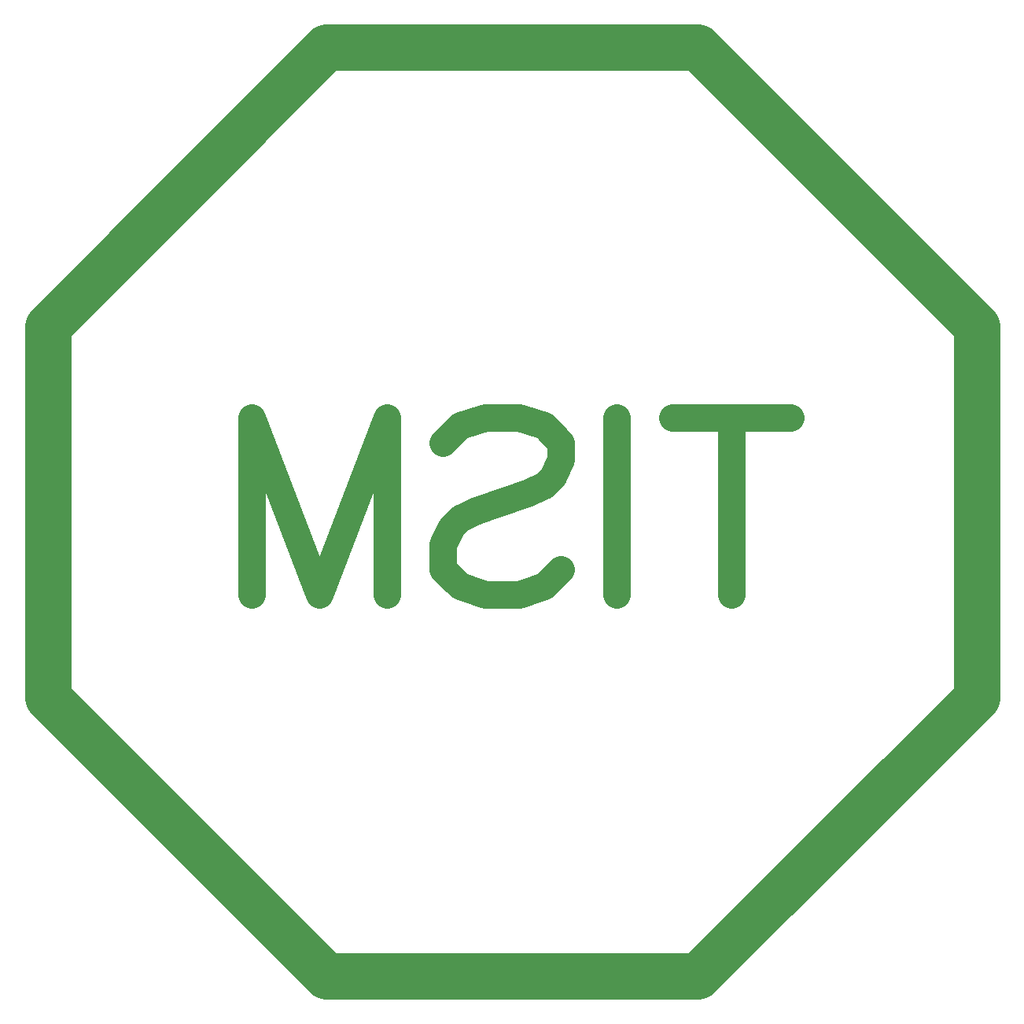
<source format=gbo>
G04 Layer: BottomSilkscreenLayer*
G04 EasyEDA v6.5.1, 2022-09-16 22:40:58*
G04 a67cddfb3fce44daa9051d46cbbcc19f,10*
G04 Gerber Generator version 0.2*
G04 Scale: 100 percent, Rotated: No, Reflected: No *
G04 Dimensions in millimeters *
G04 leading zeros omitted , absolute positions ,4 integer and 5 decimal *
%FSLAX45Y45*%
%MOMM*%

%ADD12C,5.0000*%
%ADD13C,3.0000*%

%LPD*%
D13*
X7363625Y6018189D02*
G01*
X7363625Y4109097D01*
X7999989Y6018189D02*
G01*
X6727261Y6018189D01*
X6127262Y6018189D02*
G01*
X6127262Y4109097D01*
X4254535Y5745462D02*
G01*
X4436353Y5927280D01*
X4709078Y6018189D01*
X5072715Y6018189D01*
X5345442Y5927280D01*
X5527260Y5745462D01*
X5527260Y5563643D01*
X5436351Y5381825D01*
X5345442Y5290916D01*
X5163624Y5200007D01*
X4618172Y5018189D01*
X4436353Y4927279D01*
X4345444Y4836370D01*
X4254535Y4654552D01*
X4254535Y4381825D01*
X4436353Y4200006D01*
X4709078Y4109097D01*
X5072715Y4109097D01*
X5345442Y4200006D01*
X5527260Y4381825D01*
X3654534Y6018189D02*
G01*
X3654534Y4109097D01*
X3654534Y6018189D02*
G01*
X2927261Y4109097D01*
X2199987Y6018189D02*
G01*
X2927261Y4109097D01*
X2199987Y6018189D02*
G01*
X2199987Y4109097D01*
D12*
X0Y2999999D02*
G01*
X0Y7000001D01*
X2999999Y10000000D01*
X7000001Y10000000D01*
X10000000Y7000001D01*
X10000000Y2999999D01*
X7000001Y0D01*
X2999999Y0D01*
X0Y2999999D01*
M02*

</source>
